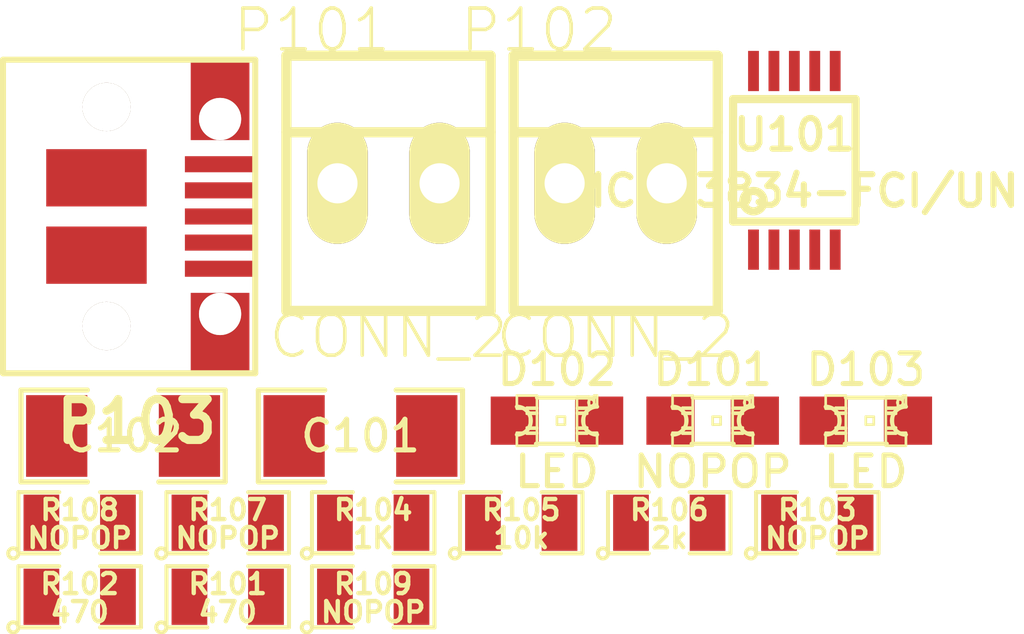
<source format=kicad_pcb>
(kicad_pcb (version 3) (host pcbnew "(2013-07-07 BZR 4022)-stable")

  (general
    (links 36)
    (no_connects 36)
    (area 0 0 0 0)
    (thickness 1.6)
    (drawings 0)
    (tracks 0)
    (zones 0)
    (modules 18)
    (nets 16)
  )

  (page A3)
  (layers
    (15 F.Cu signal)
    (0 B.Cu signal)
    (16 B.Adhes user)
    (17 F.Adhes user)
    (18 B.Paste user)
    (19 F.Paste user)
    (20 B.SilkS user)
    (21 F.SilkS user)
    (22 B.Mask user)
    (23 F.Mask user)
    (24 Dwgs.User user)
    (25 Cmts.User user)
    (26 Eco1.User user)
    (27 Eco2.User user)
    (28 Edge.Cuts user)
  )

  (setup
    (last_trace_width 0.254)
    (trace_clearance 0.254)
    (zone_clearance 0.508)
    (zone_45_only no)
    (trace_min 0.254)
    (segment_width 0.2)
    (edge_width 0.1)
    (via_size 0.889)
    (via_drill 0.635)
    (via_min_size 0.889)
    (via_min_drill 0.508)
    (uvia_size 0.508)
    (uvia_drill 0.127)
    (uvias_allowed no)
    (uvia_min_size 0.508)
    (uvia_min_drill 0.127)
    (pcb_text_width 0.3)
    (pcb_text_size 1.5 1.5)
    (mod_edge_width 0.15)
    (mod_text_size 1 1)
    (mod_text_width 0.15)
    (pad_size 1.75 0.4)
    (pad_drill 0)
    (pad_to_mask_clearance 0)
    (aux_axis_origin 0 0)
    (visible_elements 7FFFFFFF)
    (pcbplotparams
      (layerselection 3178497)
      (usegerberextensions true)
      (excludeedgelayer true)
      (linewidth 0.150000)
      (plotframeref false)
      (viasonmask false)
      (mode 1)
      (useauxorigin false)
      (hpglpennumber 1)
      (hpglpenspeed 20)
      (hpglpendiameter 15)
      (hpglpenoverlay 2)
      (psnegative false)
      (psa4output false)
      (plotreference true)
      (plotvalue true)
      (plotothertext true)
      (plotinvisibletext false)
      (padsonsilk false)
      (subtractmaskfromsilk false)
      (outputformat 1)
      (mirror false)
      (drillshape 1)
      (scaleselection 1)
      (outputdirectory ""))
  )

  (net 0 "")
  (net 1 GND)
  (net 2 N-000001)
  (net 3 N-0000010)
  (net 4 N-0000011)
  (net 5 N-0000012)
  (net 6 N-0000013)
  (net 7 N-0000014)
  (net 8 N-0000015)
  (net 9 N-000002)
  (net 10 N-000003)
  (net 11 N-000004)
  (net 12 N-000005)
  (net 13 N-000006)
  (net 14 N-000007)
  (net 15 N-000008)

  (net_class Default "This is the default net class."
    (clearance 0.254)
    (trace_width 0.254)
    (via_dia 0.889)
    (via_drill 0.635)
    (uvia_dia 0.508)
    (uvia_drill 0.127)
    (add_net "")
    (add_net GND)
    (add_net N-000001)
    (add_net N-0000010)
    (add_net N-0000011)
    (add_net N-0000012)
    (add_net N-0000013)
    (add_net N-0000014)
    (add_net N-0000015)
    (add_net N-000002)
    (add_net N-000003)
    (add_net N-000004)
    (add_net N-000005)
    (add_net N-000006)
    (add_net N-000007)
    (add_net N-000008)
  )

  (module SM1206 (layer F.Cu) (tedit 42806E24) (tstamp 565AD113)
    (at 116.078 90.297)
    (path /5658A458)
    (attr smd)
    (fp_text reference C102 (at 0 0) (layer F.SilkS)
      (effects (font (size 0.762 0.762) (thickness 0.127)))
    )
    (fp_text value 4.7U (at 0 0) (layer F.SilkS) hide
      (effects (font (size 0.762 0.762) (thickness 0.127)))
    )
    (fp_line (start -2.54 -1.143) (end -2.54 1.143) (layer F.SilkS) (width 0.127))
    (fp_line (start -2.54 1.143) (end -0.889 1.143) (layer F.SilkS) (width 0.127))
    (fp_line (start 0.889 -1.143) (end 2.54 -1.143) (layer F.SilkS) (width 0.127))
    (fp_line (start 2.54 -1.143) (end 2.54 1.143) (layer F.SilkS) (width 0.127))
    (fp_line (start 2.54 1.143) (end 0.889 1.143) (layer F.SilkS) (width 0.127))
    (fp_line (start -0.889 -1.143) (end -2.54 -1.143) (layer F.SilkS) (width 0.127))
    (pad 1 smd rect (at -1.651 0) (size 1.524 2.032)
      (layers F.Cu F.Paste F.Mask)
      (net 8 N-0000015)
    )
    (pad 2 smd rect (at 1.651 0) (size 1.524 2.032)
      (layers F.Cu F.Paste F.Mask)
      (net 1 GND)
    )
    (model smd/chip_cms.wrl
      (at (xyz 0 0 0))
      (scale (xyz 0.17 0.16 0.16))
      (rotate (xyz 0 0 0))
    )
  )

  (module SM1206 (layer F.Cu) (tedit 42806E24) (tstamp 565AD11F)
    (at 121.9835 90.297)
    (path /5658A539)
    (attr smd)
    (fp_text reference C101 (at 0 0) (layer F.SilkS)
      (effects (font (size 0.762 0.762) (thickness 0.127)))
    )
    (fp_text value 4.7U (at 0 0) (layer F.SilkS) hide
      (effects (font (size 0.762 0.762) (thickness 0.127)))
    )
    (fp_line (start -2.54 -1.143) (end -2.54 1.143) (layer F.SilkS) (width 0.127))
    (fp_line (start -2.54 1.143) (end -0.889 1.143) (layer F.SilkS) (width 0.127))
    (fp_line (start 0.889 -1.143) (end 2.54 -1.143) (layer F.SilkS) (width 0.127))
    (fp_line (start 2.54 -1.143) (end 2.54 1.143) (layer F.SilkS) (width 0.127))
    (fp_line (start 2.54 1.143) (end 0.889 1.143) (layer F.SilkS) (width 0.127))
    (fp_line (start -0.889 -1.143) (end -2.54 -1.143) (layer F.SilkS) (width 0.127))
    (pad 1 smd rect (at -1.651 0) (size 1.524 2.032)
      (layers F.Cu F.Paste F.Mask)
      (net 7 N-0000014)
    )
    (pad 2 smd rect (at 1.651 0) (size 1.524 2.032)
      (layers F.Cu F.Paste F.Mask)
      (net 1 GND)
    )
    (model smd/chip_cms.wrl
      (at (xyz 0 0 0))
      (scale (xyz 0.17 0.16 0.16))
      (rotate (xyz 0 0 0))
    )
  )

  (module SM0805 (layer F.Cu) (tedit 5091495C) (tstamp 565AD12C)
    (at 122.301 94.2975)
    (path /5659D6AE)
    (attr smd)
    (fp_text reference R109 (at 0 -0.3175) (layer F.SilkS)
      (effects (font (size 0.50038 0.50038) (thickness 0.10922)))
    )
    (fp_text value NOPOP (at 0 0.381) (layer F.SilkS)
      (effects (font (size 0.50038 0.50038) (thickness 0.10922)))
    )
    (fp_circle (center -1.651 0.762) (end -1.651 0.635) (layer F.SilkS) (width 0.09906))
    (fp_line (start -0.508 0.762) (end -1.524 0.762) (layer F.SilkS) (width 0.09906))
    (fp_line (start -1.524 0.762) (end -1.524 -0.762) (layer F.SilkS) (width 0.09906))
    (fp_line (start -1.524 -0.762) (end -0.508 -0.762) (layer F.SilkS) (width 0.09906))
    (fp_line (start 0.508 -0.762) (end 1.524 -0.762) (layer F.SilkS) (width 0.09906))
    (fp_line (start 1.524 -0.762) (end 1.524 0.762) (layer F.SilkS) (width 0.09906))
    (fp_line (start 1.524 0.762) (end 0.508 0.762) (layer F.SilkS) (width 0.09906))
    (pad 1 smd rect (at -0.9525 0) (size 0.889 1.397)
      (layers F.Cu F.Paste F.Mask)
      (net 14 N-000007)
    )
    (pad 2 smd rect (at 0.9525 0) (size 0.889 1.397)
      (layers F.Cu F.Paste F.Mask)
      (net 1 GND)
    )
    (model smd/chip_cms.wrl
      (at (xyz 0 0 0))
      (scale (xyz 0.1 0.1 0.1))
      (rotate (xyz 0 0 0))
    )
  )

  (module SM0805 (layer F.Cu) (tedit 5091495C) (tstamp 565AD139)
    (at 118.6815 94.2975)
    (path /5658A242)
    (attr smd)
    (fp_text reference R101 (at 0 -0.3175) (layer F.SilkS)
      (effects (font (size 0.50038 0.50038) (thickness 0.10922)))
    )
    (fp_text value 470 (at 0 0.381) (layer F.SilkS)
      (effects (font (size 0.50038 0.50038) (thickness 0.10922)))
    )
    (fp_circle (center -1.651 0.762) (end -1.651 0.635) (layer F.SilkS) (width 0.09906))
    (fp_line (start -0.508 0.762) (end -1.524 0.762) (layer F.SilkS) (width 0.09906))
    (fp_line (start -1.524 0.762) (end -1.524 -0.762) (layer F.SilkS) (width 0.09906))
    (fp_line (start -1.524 -0.762) (end -0.508 -0.762) (layer F.SilkS) (width 0.09906))
    (fp_line (start 0.508 -0.762) (end 1.524 -0.762) (layer F.SilkS) (width 0.09906))
    (fp_line (start 1.524 -0.762) (end 1.524 0.762) (layer F.SilkS) (width 0.09906))
    (fp_line (start 1.524 0.762) (end 0.508 0.762) (layer F.SilkS) (width 0.09906))
    (pad 1 smd rect (at -0.9525 0) (size 0.889 1.397)
      (layers F.Cu F.Paste F.Mask)
      (net 6 N-0000013)
    )
    (pad 2 smd rect (at 0.9525 0) (size 0.889 1.397)
      (layers F.Cu F.Paste F.Mask)
      (net 15 N-000008)
    )
    (model smd/chip_cms.wrl
      (at (xyz 0 0 0))
      (scale (xyz 0.1 0.1 0.1))
      (rotate (xyz 0 0 0))
    )
  )

  (module SM0805 (layer F.Cu) (tedit 5091495C) (tstamp 565AD146)
    (at 114.9985 94.2975)
    (path /5658A24F)
    (attr smd)
    (fp_text reference R102 (at 0 -0.3175) (layer F.SilkS)
      (effects (font (size 0.50038 0.50038) (thickness 0.10922)))
    )
    (fp_text value 470 (at 0 0.381) (layer F.SilkS)
      (effects (font (size 0.50038 0.50038) (thickness 0.10922)))
    )
    (fp_circle (center -1.651 0.762) (end -1.651 0.635) (layer F.SilkS) (width 0.09906))
    (fp_line (start -0.508 0.762) (end -1.524 0.762) (layer F.SilkS) (width 0.09906))
    (fp_line (start -1.524 0.762) (end -1.524 -0.762) (layer F.SilkS) (width 0.09906))
    (fp_line (start -1.524 -0.762) (end -0.508 -0.762) (layer F.SilkS) (width 0.09906))
    (fp_line (start 0.508 -0.762) (end 1.524 -0.762) (layer F.SilkS) (width 0.09906))
    (fp_line (start 1.524 -0.762) (end 1.524 0.762) (layer F.SilkS) (width 0.09906))
    (fp_line (start 1.524 0.762) (end 0.508 0.762) (layer F.SilkS) (width 0.09906))
    (pad 1 smd rect (at -0.9525 0) (size 0.889 1.397)
      (layers F.Cu F.Paste F.Mask)
      (net 5 N-0000012)
    )
    (pad 2 smd rect (at 0.9525 0) (size 0.889 1.397)
      (layers F.Cu F.Paste F.Mask)
      (net 11 N-000004)
    )
    (model smd/chip_cms.wrl
      (at (xyz 0 0 0))
      (scale (xyz 0.1 0.1 0.1))
      (rotate (xyz 0 0 0))
    )
  )

  (module SM0805 (layer F.Cu) (tedit 5091495C) (tstamp 565AD153)
    (at 133.35 92.456)
    (path /5658A255)
    (attr smd)
    (fp_text reference R103 (at 0 -0.3175) (layer F.SilkS)
      (effects (font (size 0.50038 0.50038) (thickness 0.10922)))
    )
    (fp_text value NOPOP (at 0 0.381) (layer F.SilkS)
      (effects (font (size 0.50038 0.50038) (thickness 0.10922)))
    )
    (fp_circle (center -1.651 0.762) (end -1.651 0.635) (layer F.SilkS) (width 0.09906))
    (fp_line (start -0.508 0.762) (end -1.524 0.762) (layer F.SilkS) (width 0.09906))
    (fp_line (start -1.524 0.762) (end -1.524 -0.762) (layer F.SilkS) (width 0.09906))
    (fp_line (start -1.524 -0.762) (end -0.508 -0.762) (layer F.SilkS) (width 0.09906))
    (fp_line (start 0.508 -0.762) (end 1.524 -0.762) (layer F.SilkS) (width 0.09906))
    (fp_line (start 1.524 -0.762) (end 1.524 0.762) (layer F.SilkS) (width 0.09906))
    (fp_line (start 1.524 0.762) (end 0.508 0.762) (layer F.SilkS) (width 0.09906))
    (pad 1 smd rect (at -0.9525 0) (size 0.889 1.397)
      (layers F.Cu F.Paste F.Mask)
      (net 3 N-0000010)
    )
    (pad 2 smd rect (at 0.9525 0) (size 0.889 1.397)
      (layers F.Cu F.Paste F.Mask)
      (net 10 N-000003)
    )
    (model smd/chip_cms.wrl
      (at (xyz 0 0 0))
      (scale (xyz 0.1 0.1 0.1))
      (rotate (xyz 0 0 0))
    )
  )

  (module SM0805 (layer F.Cu) (tedit 5091495C) (tstamp 565AD160)
    (at 129.667 92.456)
    (path /5658A391)
    (attr smd)
    (fp_text reference R106 (at 0 -0.3175) (layer F.SilkS)
      (effects (font (size 0.50038 0.50038) (thickness 0.10922)))
    )
    (fp_text value 2k (at 0 0.381) (layer F.SilkS)
      (effects (font (size 0.50038 0.50038) (thickness 0.10922)))
    )
    (fp_circle (center -1.651 0.762) (end -1.651 0.635) (layer F.SilkS) (width 0.09906))
    (fp_line (start -0.508 0.762) (end -1.524 0.762) (layer F.SilkS) (width 0.09906))
    (fp_line (start -1.524 0.762) (end -1.524 -0.762) (layer F.SilkS) (width 0.09906))
    (fp_line (start -1.524 -0.762) (end -0.508 -0.762) (layer F.SilkS) (width 0.09906))
    (fp_line (start 0.508 -0.762) (end 1.524 -0.762) (layer F.SilkS) (width 0.09906))
    (fp_line (start 1.524 -0.762) (end 1.524 0.762) (layer F.SilkS) (width 0.09906))
    (fp_line (start 1.524 0.762) (end 0.508 0.762) (layer F.SilkS) (width 0.09906))
    (pad 1 smd rect (at -0.9525 0) (size 0.889 1.397)
      (layers F.Cu F.Paste F.Mask)
      (net 4 N-0000011)
    )
    (pad 2 smd rect (at 0.9525 0) (size 0.889 1.397)
      (layers F.Cu F.Paste F.Mask)
      (net 1 GND)
    )
    (model smd/chip_cms.wrl
      (at (xyz 0 0 0))
      (scale (xyz 0.1 0.1 0.1))
      (rotate (xyz 0 0 0))
    )
  )

  (module SM0805 (layer F.Cu) (tedit 5091495C) (tstamp 565AD16D)
    (at 125.984 92.456)
    (path /5658A3CE)
    (attr smd)
    (fp_text reference R105 (at 0 -0.3175) (layer F.SilkS)
      (effects (font (size 0.50038 0.50038) (thickness 0.10922)))
    )
    (fp_text value 10k (at 0 0.381) (layer F.SilkS)
      (effects (font (size 0.50038 0.50038) (thickness 0.10922)))
    )
    (fp_circle (center -1.651 0.762) (end -1.651 0.635) (layer F.SilkS) (width 0.09906))
    (fp_line (start -0.508 0.762) (end -1.524 0.762) (layer F.SilkS) (width 0.09906))
    (fp_line (start -1.524 0.762) (end -1.524 -0.762) (layer F.SilkS) (width 0.09906))
    (fp_line (start -1.524 -0.762) (end -0.508 -0.762) (layer F.SilkS) (width 0.09906))
    (fp_line (start 0.508 -0.762) (end 1.524 -0.762) (layer F.SilkS) (width 0.09906))
    (fp_line (start 1.524 -0.762) (end 1.524 0.762) (layer F.SilkS) (width 0.09906))
    (fp_line (start 1.524 0.762) (end 0.508 0.762) (layer F.SilkS) (width 0.09906))
    (pad 1 smd rect (at -0.9525 0) (size 0.889 1.397)
      (layers F.Cu F.Paste F.Mask)
      (net 9 N-000002)
    )
    (pad 2 smd rect (at 0.9525 0) (size 0.889 1.397)
      (layers F.Cu F.Paste F.Mask)
      (net 1 GND)
    )
    (model smd/chip_cms.wrl
      (at (xyz 0 0 0))
      (scale (xyz 0.1 0.1 0.1))
      (rotate (xyz 0 0 0))
    )
  )

  (module SM0805 (layer F.Cu) (tedit 5091495C) (tstamp 565AD17A)
    (at 114.9985 92.456)
    (path /5659D6A8)
    (attr smd)
    (fp_text reference R108 (at 0 -0.3175) (layer F.SilkS)
      (effects (font (size 0.50038 0.50038) (thickness 0.10922)))
    )
    (fp_text value NOPOP (at 0 0.381) (layer F.SilkS)
      (effects (font (size 0.50038 0.50038) (thickness 0.10922)))
    )
    (fp_circle (center -1.651 0.762) (end -1.651 0.635) (layer F.SilkS) (width 0.09906))
    (fp_line (start -0.508 0.762) (end -1.524 0.762) (layer F.SilkS) (width 0.09906))
    (fp_line (start -1.524 0.762) (end -1.524 -0.762) (layer F.SilkS) (width 0.09906))
    (fp_line (start -1.524 -0.762) (end -0.508 -0.762) (layer F.SilkS) (width 0.09906))
    (fp_line (start 0.508 -0.762) (end 1.524 -0.762) (layer F.SilkS) (width 0.09906))
    (fp_line (start 1.524 -0.762) (end 1.524 0.762) (layer F.SilkS) (width 0.09906))
    (fp_line (start 1.524 0.762) (end 0.508 0.762) (layer F.SilkS) (width 0.09906))
    (pad 1 smd rect (at -0.9525 0) (size 0.889 1.397)
      (layers F.Cu F.Paste F.Mask)
      (net 13 N-000006)
    )
    (pad 2 smd rect (at 0.9525 0) (size 0.889 1.397)
      (layers F.Cu F.Paste F.Mask)
      (net 1 GND)
    )
    (model smd/chip_cms.wrl
      (at (xyz 0 0 0))
      (scale (xyz 0.1 0.1 0.1))
      (rotate (xyz 0 0 0))
    )
  )

  (module SM0805 (layer F.Cu) (tedit 5091495C) (tstamp 565AD187)
    (at 118.6815 92.456)
    (path /5659D6A2)
    (attr smd)
    (fp_text reference R107 (at 0 -0.3175) (layer F.SilkS)
      (effects (font (size 0.50038 0.50038) (thickness 0.10922)))
    )
    (fp_text value NOPOP (at 0 0.381) (layer F.SilkS)
      (effects (font (size 0.50038 0.50038) (thickness 0.10922)))
    )
    (fp_circle (center -1.651 0.762) (end -1.651 0.635) (layer F.SilkS) (width 0.09906))
    (fp_line (start -0.508 0.762) (end -1.524 0.762) (layer F.SilkS) (width 0.09906))
    (fp_line (start -1.524 0.762) (end -1.524 -0.762) (layer F.SilkS) (width 0.09906))
    (fp_line (start -1.524 -0.762) (end -0.508 -0.762) (layer F.SilkS) (width 0.09906))
    (fp_line (start 0.508 -0.762) (end 1.524 -0.762) (layer F.SilkS) (width 0.09906))
    (fp_line (start 1.524 -0.762) (end 1.524 0.762) (layer F.SilkS) (width 0.09906))
    (fp_line (start 1.524 0.762) (end 0.508 0.762) (layer F.SilkS) (width 0.09906))
    (pad 1 smd rect (at -0.9525 0) (size 0.889 1.397)
      (layers F.Cu F.Paste F.Mask)
      (net 12 N-000005)
    )
    (pad 2 smd rect (at 0.9525 0) (size 0.889 1.397)
      (layers F.Cu F.Paste F.Mask)
      (net 1 GND)
    )
    (model smd/chip_cms.wrl
      (at (xyz 0 0 0))
      (scale (xyz 0.1 0.1 0.1))
      (rotate (xyz 0 0 0))
    )
  )

  (module SM0805 (layer F.Cu) (tedit 5091495C) (tstamp 565AD194)
    (at 122.301 92.456)
    (path /5658A872)
    (attr smd)
    (fp_text reference R104 (at 0 -0.3175) (layer F.SilkS)
      (effects (font (size 0.50038 0.50038) (thickness 0.10922)))
    )
    (fp_text value 1K (at 0 0.381) (layer F.SilkS)
      (effects (font (size 0.50038 0.50038) (thickness 0.10922)))
    )
    (fp_circle (center -1.651 0.762) (end -1.651 0.635) (layer F.SilkS) (width 0.09906))
    (fp_line (start -0.508 0.762) (end -1.524 0.762) (layer F.SilkS) (width 0.09906))
    (fp_line (start -1.524 0.762) (end -1.524 -0.762) (layer F.SilkS) (width 0.09906))
    (fp_line (start -1.524 -0.762) (end -0.508 -0.762) (layer F.SilkS) (width 0.09906))
    (fp_line (start 0.508 -0.762) (end 1.524 -0.762) (layer F.SilkS) (width 0.09906))
    (fp_line (start 1.524 -0.762) (end 1.524 0.762) (layer F.SilkS) (width 0.09906))
    (fp_line (start 1.524 0.762) (end 0.508 0.762) (layer F.SilkS) (width 0.09906))
    (pad 1 smd rect (at -0.9525 0) (size 0.889 1.397)
      (layers F.Cu F.Paste F.Mask)
      (net 2 N-000001)
    )
    (pad 2 smd rect (at 0.9525 0) (size 0.889 1.397)
      (layers F.Cu F.Paste F.Mask)
      (net 10 N-000003)
    )
    (model smd/chip_cms.wrl
      (at (xyz 0 0 0))
      (scale (xyz 0.1 0.1 0.1))
      (rotate (xyz 0 0 0))
    )
  )

  (module PINHEAD1-2 (layer F.Cu) (tedit 4C5EDFB2) (tstamp 565AD19F)
    (at 128.3335 84.0105)
    (path /5658A4D7)
    (attr virtual)
    (fp_text reference P102 (at -1.905 -3.81) (layer F.SilkS)
      (effects (font (size 1.016 1.016) (thickness 0.0889)))
    )
    (fp_text value CONN_2 (at 0 3.81) (layer F.SilkS)
      (effects (font (size 1.016 1.016) (thickness 0.0889)))
    )
    (fp_line (start 2.54 -1.27) (end -2.54 -1.27) (layer F.SilkS) (width 0.254))
    (fp_line (start 2.54 3.175) (end -2.54 3.175) (layer F.SilkS) (width 0.254))
    (fp_line (start -2.54 -3.175) (end 2.54 -3.175) (layer F.SilkS) (width 0.254))
    (fp_line (start -2.54 -3.175) (end -2.54 3.175) (layer F.SilkS) (width 0.254))
    (fp_line (start 2.54 -3.175) (end 2.54 3.175) (layer F.SilkS) (width 0.254))
    (pad 1 thru_hole oval (at -1.27 0) (size 1.50622 3.01498) (drill 0.99822)
      (layers *.Cu F.Paste F.SilkS F.Mask)
      (net 8 N-0000015)
    )
    (pad 2 thru_hole oval (at 1.27 0) (size 1.50622 3.01498) (drill 0.99822)
      (layers *.Cu F.Paste F.SilkS F.Mask)
      (net 1 GND)
    )
  )

  (module PINHEAD1-2 (layer F.Cu) (tedit 4C5EDFB2) (tstamp 565AD1AA)
    (at 122.682 84.0105)
    (path /5658A882)
    (attr virtual)
    (fp_text reference P101 (at -1.905 -3.81) (layer F.SilkS)
      (effects (font (size 1.016 1.016) (thickness 0.0889)))
    )
    (fp_text value CONN_2 (at 0 3.81) (layer F.SilkS)
      (effects (font (size 1.016 1.016) (thickness 0.0889)))
    )
    (fp_line (start 2.54 -1.27) (end -2.54 -1.27) (layer F.SilkS) (width 0.254))
    (fp_line (start 2.54 3.175) (end -2.54 3.175) (layer F.SilkS) (width 0.254))
    (fp_line (start -2.54 -3.175) (end 2.54 -3.175) (layer F.SilkS) (width 0.254))
    (fp_line (start -2.54 -3.175) (end -2.54 3.175) (layer F.SilkS) (width 0.254))
    (fp_line (start 2.54 -3.175) (end 2.54 3.175) (layer F.SilkS) (width 0.254))
    (pad 1 thru_hole oval (at -1.27 0) (size 1.50622 3.01498) (drill 0.99822)
      (layers *.Cu F.Paste F.SilkS F.Mask)
      (net 2 N-000001)
    )
    (pad 2 thru_hole oval (at 1.27 0) (size 1.50622 3.01498) (drill 0.99822)
      (layers *.Cu F.Paste F.SilkS F.Mask)
      (net 1 GND)
    )
  )

  (module MSOP10-0.5 (layer F.Cu) (tedit 4D78EEB1) (tstamp 565AD1BD)
    (at 132.7785 83.439)
    (descr "MSOP10 10pins pitch 0.5mm")
    (path /5658A865)
    (attr smd)
    (fp_text reference U101 (at 0 -0.635) (layer F.SilkS)
      (effects (font (size 0.762 0.762) (thickness 0.1524)))
    )
    (fp_text value MCP73834-FCI/UN (at 0 0.762) (layer F.SilkS)
      (effects (font (size 0.762 0.762) (thickness 0.1524)))
    )
    (fp_circle (center -1.016 1.016) (end -1.016 0.762) (layer F.SilkS) (width 0.2032))
    (fp_line (start 1.524 1.524) (end -1.524 1.524) (layer F.SilkS) (width 0.2032))
    (fp_line (start -1.524 1.524) (end -1.524 -1.524) (layer F.SilkS) (width 0.2032))
    (fp_line (start -1.524 -1.524) (end 1.524 -1.524) (layer F.SilkS) (width 0.2032))
    (fp_line (start 1.524 -1.524) (end 1.524 1.524) (layer F.SilkS) (width 0.2032))
    (pad 1 smd rect (at -1.016 2.2225) (size 0.26924 1.00076)
      (layers F.Cu F.Paste F.Mask)
      (net 7 N-0000014)
    )
    (pad 2 smd rect (at -0.508 2.2225) (size 0.26924 1.00076)
      (layers F.Cu F.Paste F.Mask)
      (net 7 N-0000014)
    )
    (pad 3 smd rect (at 0 2.2225) (size 0.26924 1.00076)
      (layers F.Cu F.Paste F.Mask)
      (net 15 N-000008)
    )
    (pad 4 smd rect (at 0.508 2.2225) (size 0.26924 1.00076)
      (layers F.Cu F.Paste F.Mask)
      (net 11 N-000004)
    )
    (pad 5 smd rect (at 1.016 2.2225) (size 0.26924 1.00076)
      (layers F.Cu F.Paste F.Mask)
      (net 1 GND)
    )
    (pad 6 smd rect (at 1.016 -2.2225) (size 0.26924 1.00076)
      (layers F.Cu F.Paste F.Mask)
      (net 4 N-0000011)
    )
    (pad 7 smd rect (at 0.508 -2.2225) (size 0.26924 1.00076)
      (layers F.Cu F.Paste F.Mask)
      (net 10 N-000003)
    )
    (pad 8 smd rect (at 0 -2.2225) (size 0.26924 1.00076)
      (layers F.Cu F.Paste F.Mask)
      (net 9 N-000002)
    )
    (pad 9 smd rect (at -0.508 -2.2225) (size 0.26924 1.00076)
      (layers F.Cu F.Paste F.Mask)
      (net 8 N-0000015)
    )
    (pad 10 smd rect (at -1.016 -2.2225) (size 0.26924 1.00076)
      (layers F.Cu F.Paste F.Mask)
      (net 8 N-0000015)
    )
    (model smd\MSOP_10.wrl
      (at (xyz 0 0 0))
      (scale (xyz 0.3 0.35 0.3))
      (rotate (xyz 0 0 0))
    )
  )

  (module LED-0805 (layer F.Cu) (tedit 49DC4C0B) (tstamp 565AD1F8)
    (at 134.5565 89.916)
    (descr "LED 0805 smd package")
    (tags "LED 0805 SMD")
    (path /5658A21A)
    (attr smd)
    (fp_text reference D103 (at 0 -1.27) (layer F.SilkS)
      (effects (font (size 0.762 0.762) (thickness 0.127)))
    )
    (fp_text value LED (at 0 1.27) (layer F.SilkS)
      (effects (font (size 0.762 0.762) (thickness 0.127)))
    )
    (fp_line (start 0.49784 0.29972) (end 0.49784 0.62484) (layer F.SilkS) (width 0.06604))
    (fp_line (start 0.49784 0.62484) (end 0.99822 0.62484) (layer F.SilkS) (width 0.06604))
    (fp_line (start 0.99822 0.29972) (end 0.99822 0.62484) (layer F.SilkS) (width 0.06604))
    (fp_line (start 0.49784 0.29972) (end 0.99822 0.29972) (layer F.SilkS) (width 0.06604))
    (fp_line (start 0.49784 -0.32258) (end 0.49784 -0.17272) (layer F.SilkS) (width 0.06604))
    (fp_line (start 0.49784 -0.17272) (end 0.7493 -0.17272) (layer F.SilkS) (width 0.06604))
    (fp_line (start 0.7493 -0.32258) (end 0.7493 -0.17272) (layer F.SilkS) (width 0.06604))
    (fp_line (start 0.49784 -0.32258) (end 0.7493 -0.32258) (layer F.SilkS) (width 0.06604))
    (fp_line (start 0.49784 0.17272) (end 0.49784 0.32258) (layer F.SilkS) (width 0.06604))
    (fp_line (start 0.49784 0.32258) (end 0.7493 0.32258) (layer F.SilkS) (width 0.06604))
    (fp_line (start 0.7493 0.17272) (end 0.7493 0.32258) (layer F.SilkS) (width 0.06604))
    (fp_line (start 0.49784 0.17272) (end 0.7493 0.17272) (layer F.SilkS) (width 0.06604))
    (fp_line (start 0.49784 -0.19812) (end 0.49784 0.19812) (layer F.SilkS) (width 0.06604))
    (fp_line (start 0.49784 0.19812) (end 0.6731 0.19812) (layer F.SilkS) (width 0.06604))
    (fp_line (start 0.6731 -0.19812) (end 0.6731 0.19812) (layer F.SilkS) (width 0.06604))
    (fp_line (start 0.49784 -0.19812) (end 0.6731 -0.19812) (layer F.SilkS) (width 0.06604))
    (fp_line (start -0.99822 0.29972) (end -0.99822 0.62484) (layer F.SilkS) (width 0.06604))
    (fp_line (start -0.99822 0.62484) (end -0.49784 0.62484) (layer F.SilkS) (width 0.06604))
    (fp_line (start -0.49784 0.29972) (end -0.49784 0.62484) (layer F.SilkS) (width 0.06604))
    (fp_line (start -0.99822 0.29972) (end -0.49784 0.29972) (layer F.SilkS) (width 0.06604))
    (fp_line (start -0.99822 -0.62484) (end -0.99822 -0.29972) (layer F.SilkS) (width 0.06604))
    (fp_line (start -0.99822 -0.29972) (end -0.49784 -0.29972) (layer F.SilkS) (width 0.06604))
    (fp_line (start -0.49784 -0.62484) (end -0.49784 -0.29972) (layer F.SilkS) (width 0.06604))
    (fp_line (start -0.99822 -0.62484) (end -0.49784 -0.62484) (layer F.SilkS) (width 0.06604))
    (fp_line (start -0.7493 0.17272) (end -0.7493 0.32258) (layer F.SilkS) (width 0.06604))
    (fp_line (start -0.7493 0.32258) (end -0.49784 0.32258) (layer F.SilkS) (width 0.06604))
    (fp_line (start -0.49784 0.17272) (end -0.49784 0.32258) (layer F.SilkS) (width 0.06604))
    (fp_line (start -0.7493 0.17272) (end -0.49784 0.17272) (layer F.SilkS) (width 0.06604))
    (fp_line (start -0.7493 -0.32258) (end -0.7493 -0.17272) (layer F.SilkS) (width 0.06604))
    (fp_line (start -0.7493 -0.17272) (end -0.49784 -0.17272) (layer F.SilkS) (width 0.06604))
    (fp_line (start -0.49784 -0.32258) (end -0.49784 -0.17272) (layer F.SilkS) (width 0.06604))
    (fp_line (start -0.7493 -0.32258) (end -0.49784 -0.32258) (layer F.SilkS) (width 0.06604))
    (fp_line (start -0.6731 -0.19812) (end -0.6731 0.19812) (layer F.SilkS) (width 0.06604))
    (fp_line (start -0.6731 0.19812) (end -0.49784 0.19812) (layer F.SilkS) (width 0.06604))
    (fp_line (start -0.49784 -0.19812) (end -0.49784 0.19812) (layer F.SilkS) (width 0.06604))
    (fp_line (start -0.6731 -0.19812) (end -0.49784 -0.19812) (layer F.SilkS) (width 0.06604))
    (fp_line (start 0 -0.09906) (end 0 0.09906) (layer F.SilkS) (width 0.06604))
    (fp_line (start 0 0.09906) (end 0.19812 0.09906) (layer F.SilkS) (width 0.06604))
    (fp_line (start 0.19812 -0.09906) (end 0.19812 0.09906) (layer F.SilkS) (width 0.06604))
    (fp_line (start 0 -0.09906) (end 0.19812 -0.09906) (layer F.SilkS) (width 0.06604))
    (fp_line (start 0.49784 -0.59944) (end 0.49784 -0.29972) (layer F.SilkS) (width 0.06604))
    (fp_line (start 0.49784 -0.29972) (end 0.79756 -0.29972) (layer F.SilkS) (width 0.06604))
    (fp_line (start 0.79756 -0.59944) (end 0.79756 -0.29972) (layer F.SilkS) (width 0.06604))
    (fp_line (start 0.49784 -0.59944) (end 0.79756 -0.59944) (layer F.SilkS) (width 0.06604))
    (fp_line (start 0.92456 -0.62484) (end 0.92456 -0.39878) (layer F.SilkS) (width 0.06604))
    (fp_line (start 0.92456 -0.39878) (end 0.99822 -0.39878) (layer F.SilkS) (width 0.06604))
    (fp_line (start 0.99822 -0.62484) (end 0.99822 -0.39878) (layer F.SilkS) (width 0.06604))
    (fp_line (start 0.92456 -0.62484) (end 0.99822 -0.62484) (layer F.SilkS) (width 0.06604))
    (fp_line (start 0.52324 0.57404) (end -0.52324 0.57404) (layer F.SilkS) (width 0.1016))
    (fp_line (start -0.49784 -0.57404) (end 0.92456 -0.57404) (layer F.SilkS) (width 0.1016))
    (fp_circle (center 0.84836 -0.44958) (end 0.89916 -0.50038) (layer F.SilkS) (width 0.0508))
    (fp_arc (start 0.99822 0) (end 0.99822 0.34798) (angle 180) (layer F.SilkS) (width 0.1016))
    (fp_arc (start -0.99822 0) (end -0.99822 -0.34798) (angle 180) (layer F.SilkS) (width 0.1016))
    (pad 1 smd rect (at -1.04902 0) (size 1.19888 1.19888)
      (layers F.Cu F.Paste F.Mask)
      (net 7 N-0000014)
    )
    (pad 2 smd rect (at 1.04902 0) (size 1.19888 1.19888)
      (layers F.Cu F.Paste F.Mask)
      (net 6 N-0000013)
    )
  )

  (module LED-0805 (layer F.Cu) (tedit 49DC4C0B) (tstamp 565AD233)
    (at 130.7465 89.916)
    (descr "LED 0805 smd package")
    (tags "LED 0805 SMD")
    (path /5658A23A)
    (attr smd)
    (fp_text reference D101 (at 0 -1.27) (layer F.SilkS)
      (effects (font (size 0.762 0.762) (thickness 0.127)))
    )
    (fp_text value NOPOP (at 0 1.27) (layer F.SilkS)
      (effects (font (size 0.762 0.762) (thickness 0.127)))
    )
    (fp_line (start 0.49784 0.29972) (end 0.49784 0.62484) (layer F.SilkS) (width 0.06604))
    (fp_line (start 0.49784 0.62484) (end 0.99822 0.62484) (layer F.SilkS) (width 0.06604))
    (fp_line (start 0.99822 0.29972) (end 0.99822 0.62484) (layer F.SilkS) (width 0.06604))
    (fp_line (start 0.49784 0.29972) (end 0.99822 0.29972) (layer F.SilkS) (width 0.06604))
    (fp_line (start 0.49784 -0.32258) (end 0.49784 -0.17272) (layer F.SilkS) (width 0.06604))
    (fp_line (start 0.49784 -0.17272) (end 0.7493 -0.17272) (layer F.SilkS) (width 0.06604))
    (fp_line (start 0.7493 -0.32258) (end 0.7493 -0.17272) (layer F.SilkS) (width 0.06604))
    (fp_line (start 0.49784 -0.32258) (end 0.7493 -0.32258) (layer F.SilkS) (width 0.06604))
    (fp_line (start 0.49784 0.17272) (end 0.49784 0.32258) (layer F.SilkS) (width 0.06604))
    (fp_line (start 0.49784 0.32258) (end 0.7493 0.32258) (layer F.SilkS) (width 0.06604))
    (fp_line (start 0.7493 0.17272) (end 0.7493 0.32258) (layer F.SilkS) (width 0.06604))
    (fp_line (start 0.49784 0.17272) (end 0.7493 0.17272) (layer F.SilkS) (width 0.06604))
    (fp_line (start 0.49784 -0.19812) (end 0.49784 0.19812) (layer F.SilkS) (width 0.06604))
    (fp_line (start 0.49784 0.19812) (end 0.6731 0.19812) (layer F.SilkS) (width 0.06604))
    (fp_line (start 0.6731 -0.19812) (end 0.6731 0.19812) (layer F.SilkS) (width 0.06604))
    (fp_line (start 0.49784 -0.19812) (end 0.6731 -0.19812) (layer F.SilkS) (width 0.06604))
    (fp_line (start -0.99822 0.29972) (end -0.99822 0.62484) (layer F.SilkS) (width 0.06604))
    (fp_line (start -0.99822 0.62484) (end -0.49784 0.62484) (layer F.SilkS) (width 0.06604))
    (fp_line (start -0.49784 0.29972) (end -0.49784 0.62484) (layer F.SilkS) (width 0.06604))
    (fp_line (start -0.99822 0.29972) (end -0.49784 0.29972) (layer F.SilkS) (width 0.06604))
    (fp_line (start -0.99822 -0.62484) (end -0.99822 -0.29972) (layer F.SilkS) (width 0.06604))
    (fp_line (start -0.99822 -0.29972) (end -0.49784 -0.29972) (layer F.SilkS) (width 0.06604))
    (fp_line (start -0.49784 -0.62484) (end -0.49784 -0.29972) (layer F.SilkS) (width 0.06604))
    (fp_line (start -0.99822 -0.62484) (end -0.49784 -0.62484) (layer F.SilkS) (width 0.06604))
    (fp_line (start -0.7493 0.17272) (end -0.7493 0.32258) (layer F.SilkS) (width 0.06604))
    (fp_line (start -0.7493 0.32258) (end -0.49784 0.32258) (layer F.SilkS) (width 0.06604))
    (fp_line (start -0.49784 0.17272) (end -0.49784 0.32258) (layer F.SilkS) (width 0.06604))
    (fp_line (start -0.7493 0.17272) (end -0.49784 0.17272) (layer F.SilkS) (width 0.06604))
    (fp_line (start -0.7493 -0.32258) (end -0.7493 -0.17272) (layer F.SilkS) (width 0.06604))
    (fp_line (start -0.7493 -0.17272) (end -0.49784 -0.17272) (layer F.SilkS) (width 0.06604))
    (fp_line (start -0.49784 -0.32258) (end -0.49784 -0.17272) (layer F.SilkS) (width 0.06604))
    (fp_line (start -0.7493 -0.32258) (end -0.49784 -0.32258) (layer F.SilkS) (width 0.06604))
    (fp_line (start -0.6731 -0.19812) (end -0.6731 0.19812) (layer F.SilkS) (width 0.06604))
    (fp_line (start -0.6731 0.19812) (end -0.49784 0.19812) (layer F.SilkS) (width 0.06604))
    (fp_line (start -0.49784 -0.19812) (end -0.49784 0.19812) (layer F.SilkS) (width 0.06604))
    (fp_line (start -0.6731 -0.19812) (end -0.49784 -0.19812) (layer F.SilkS) (width 0.06604))
    (fp_line (start 0 -0.09906) (end 0 0.09906) (layer F.SilkS) (width 0.06604))
    (fp_line (start 0 0.09906) (end 0.19812 0.09906) (layer F.SilkS) (width 0.06604))
    (fp_line (start 0.19812 -0.09906) (end 0.19812 0.09906) (layer F.SilkS) (width 0.06604))
    (fp_line (start 0 -0.09906) (end 0.19812 -0.09906) (layer F.SilkS) (width 0.06604))
    (fp_line (start 0.49784 -0.59944) (end 0.49784 -0.29972) (layer F.SilkS) (width 0.06604))
    (fp_line (start 0.49784 -0.29972) (end 0.79756 -0.29972) (layer F.SilkS) (width 0.06604))
    (fp_line (start 0.79756 -0.59944) (end 0.79756 -0.29972) (layer F.SilkS) (width 0.06604))
    (fp_line (start 0.49784 -0.59944) (end 0.79756 -0.59944) (layer F.SilkS) (width 0.06604))
    (fp_line (start 0.92456 -0.62484) (end 0.92456 -0.39878) (layer F.SilkS) (width 0.06604))
    (fp_line (start 0.92456 -0.39878) (end 0.99822 -0.39878) (layer F.SilkS) (width 0.06604))
    (fp_line (start 0.99822 -0.62484) (end 0.99822 -0.39878) (layer F.SilkS) (width 0.06604))
    (fp_line (start 0.92456 -0.62484) (end 0.99822 -0.62484) (layer F.SilkS) (width 0.06604))
    (fp_line (start 0.52324 0.57404) (end -0.52324 0.57404) (layer F.SilkS) (width 0.1016))
    (fp_line (start -0.49784 -0.57404) (end 0.92456 -0.57404) (layer F.SilkS) (width 0.1016))
    (fp_circle (center 0.84836 -0.44958) (end 0.89916 -0.50038) (layer F.SilkS) (width 0.0508))
    (fp_arc (start 0.99822 0) (end 0.99822 0.34798) (angle 180) (layer F.SilkS) (width 0.1016))
    (fp_arc (start -0.99822 0) (end -0.99822 -0.34798) (angle 180) (layer F.SilkS) (width 0.1016))
    (pad 1 smd rect (at -1.04902 0) (size 1.19888 1.19888)
      (layers F.Cu F.Paste F.Mask)
      (net 7 N-0000014)
    )
    (pad 2 smd rect (at 1.04902 0) (size 1.19888 1.19888)
      (layers F.Cu F.Paste F.Mask)
      (net 3 N-0000010)
    )
  )

  (module LED-0805 (layer F.Cu) (tedit 49DC4C0B) (tstamp 565AD26E)
    (at 126.873 89.916)
    (descr "LED 0805 smd package")
    (tags "LED 0805 SMD")
    (path /5658A22D)
    (attr smd)
    (fp_text reference D102 (at 0 -1.27) (layer F.SilkS)
      (effects (font (size 0.762 0.762) (thickness 0.127)))
    )
    (fp_text value LED (at 0 1.27) (layer F.SilkS)
      (effects (font (size 0.762 0.762) (thickness 0.127)))
    )
    (fp_line (start 0.49784 0.29972) (end 0.49784 0.62484) (layer F.SilkS) (width 0.06604))
    (fp_line (start 0.49784 0.62484) (end 0.99822 0.62484) (layer F.SilkS) (width 0.06604))
    (fp_line (start 0.99822 0.29972) (end 0.99822 0.62484) (layer F.SilkS) (width 0.06604))
    (fp_line (start 0.49784 0.29972) (end 0.99822 0.29972) (layer F.SilkS) (width 0.06604))
    (fp_line (start 0.49784 -0.32258) (end 0.49784 -0.17272) (layer F.SilkS) (width 0.06604))
    (fp_line (start 0.49784 -0.17272) (end 0.7493 -0.17272) (layer F.SilkS) (width 0.06604))
    (fp_line (start 0.7493 -0.32258) (end 0.7493 -0.17272) (layer F.SilkS) (width 0.06604))
    (fp_line (start 0.49784 -0.32258) (end 0.7493 -0.32258) (layer F.SilkS) (width 0.06604))
    (fp_line (start 0.49784 0.17272) (end 0.49784 0.32258) (layer F.SilkS) (width 0.06604))
    (fp_line (start 0.49784 0.32258) (end 0.7493 0.32258) (layer F.SilkS) (width 0.06604))
    (fp_line (start 0.7493 0.17272) (end 0.7493 0.32258) (layer F.SilkS) (width 0.06604))
    (fp_line (start 0.49784 0.17272) (end 0.7493 0.17272) (layer F.SilkS) (width 0.06604))
    (fp_line (start 0.49784 -0.19812) (end 0.49784 0.19812) (layer F.SilkS) (width 0.06604))
    (fp_line (start 0.49784 0.19812) (end 0.6731 0.19812) (layer F.SilkS) (width 0.06604))
    (fp_line (start 0.6731 -0.19812) (end 0.6731 0.19812) (layer F.SilkS) (width 0.06604))
    (fp_line (start 0.49784 -0.19812) (end 0.6731 -0.19812) (layer F.SilkS) (width 0.06604))
    (fp_line (start -0.99822 0.29972) (end -0.99822 0.62484) (layer F.SilkS) (width 0.06604))
    (fp_line (start -0.99822 0.62484) (end -0.49784 0.62484) (layer F.SilkS) (width 0.06604))
    (fp_line (start -0.49784 0.29972) (end -0.49784 0.62484) (layer F.SilkS) (width 0.06604))
    (fp_line (start -0.99822 0.29972) (end -0.49784 0.29972) (layer F.SilkS) (width 0.06604))
    (fp_line (start -0.99822 -0.62484) (end -0.99822 -0.29972) (layer F.SilkS) (width 0.06604))
    (fp_line (start -0.99822 -0.29972) (end -0.49784 -0.29972) (layer F.SilkS) (width 0.06604))
    (fp_line (start -0.49784 -0.62484) (end -0.49784 -0.29972) (layer F.SilkS) (width 0.06604))
    (fp_line (start -0.99822 -0.62484) (end -0.49784 -0.62484) (layer F.SilkS) (width 0.06604))
    (fp_line (start -0.7493 0.17272) (end -0.7493 0.32258) (layer F.SilkS) (width 0.06604))
    (fp_line (start -0.7493 0.32258) (end -0.49784 0.32258) (layer F.SilkS) (width 0.06604))
    (fp_line (start -0.49784 0.17272) (end -0.49784 0.32258) (layer F.SilkS) (width 0.06604))
    (fp_line (start -0.7493 0.17272) (end -0.49784 0.17272) (layer F.SilkS) (width 0.06604))
    (fp_line (start -0.7493 -0.32258) (end -0.7493 -0.17272) (layer F.SilkS) (width 0.06604))
    (fp_line (start -0.7493 -0.17272) (end -0.49784 -0.17272) (layer F.SilkS) (width 0.06604))
    (fp_line (start -0.49784 -0.32258) (end -0.49784 -0.17272) (layer F.SilkS) (width 0.06604))
    (fp_line (start -0.7493 -0.32258) (end -0.49784 -0.32258) (layer F.SilkS) (width 0.06604))
    (fp_line (start -0.6731 -0.19812) (end -0.6731 0.19812) (layer F.SilkS) (width 0.06604))
    (fp_line (start -0.6731 0.19812) (end -0.49784 0.19812) (layer F.SilkS) (width 0.06604))
    (fp_line (start -0.49784 -0.19812) (end -0.49784 0.19812) (layer F.SilkS) (width 0.06604))
    (fp_line (start -0.6731 -0.19812) (end -0.49784 -0.19812) (layer F.SilkS) (width 0.06604))
    (fp_line (start 0 -0.09906) (end 0 0.09906) (layer F.SilkS) (width 0.06604))
    (fp_line (start 0 0.09906) (end 0.19812 0.09906) (layer F.SilkS) (width 0.06604))
    (fp_line (start 0.19812 -0.09906) (end 0.19812 0.09906) (layer F.SilkS) (width 0.06604))
    (fp_line (start 0 -0.09906) (end 0.19812 -0.09906) (layer F.SilkS) (width 0.06604))
    (fp_line (start 0.49784 -0.59944) (end 0.49784 -0.29972) (layer F.SilkS) (width 0.06604))
    (fp_line (start 0.49784 -0.29972) (end 0.79756 -0.29972) (layer F.SilkS) (width 0.06604))
    (fp_line (start 0.79756 -0.59944) (end 0.79756 -0.29972) (layer F.SilkS) (width 0.06604))
    (fp_line (start 0.49784 -0.59944) (end 0.79756 -0.59944) (layer F.SilkS) (width 0.06604))
    (fp_line (start 0.92456 -0.62484) (end 0.92456 -0.39878) (layer F.SilkS) (width 0.06604))
    (fp_line (start 0.92456 -0.39878) (end 0.99822 -0.39878) (layer F.SilkS) (width 0.06604))
    (fp_line (start 0.99822 -0.62484) (end 0.99822 -0.39878) (layer F.SilkS) (width 0.06604))
    (fp_line (start 0.92456 -0.62484) (end 0.99822 -0.62484) (layer F.SilkS) (width 0.06604))
    (fp_line (start 0.52324 0.57404) (end -0.52324 0.57404) (layer F.SilkS) (width 0.1016))
    (fp_line (start -0.49784 -0.57404) (end 0.92456 -0.57404) (layer F.SilkS) (width 0.1016))
    (fp_circle (center 0.84836 -0.44958) (end 0.89916 -0.50038) (layer F.SilkS) (width 0.0508))
    (fp_arc (start 0.99822 0) (end 0.99822 0.34798) (angle 180) (layer F.SilkS) (width 0.1016))
    (fp_arc (start -0.99822 0) (end -0.99822 -0.34798) (angle 180) (layer F.SilkS) (width 0.1016))
    (pad 1 smd rect (at -1.04902 0) (size 1.19888 1.19888)
      (layers F.Cu F.Paste F.Mask)
      (net 7 N-0000014)
    )
    (pad 2 smd rect (at 1.04902 0) (size 1.19888 1.19888)
      (layers F.Cu F.Paste F.Mask)
      (net 5 N-0000012)
    )
  )

  (module "USB_MICRO_B(10103594)" (layer F.Cu) (tedit 565AD187) (tstamp 565AD4D8)
    (at 118.491 84.836)
    (descr "USB Mini-B 5-pin SMD connector")
    (tags "USB, Mini-B, connector")
    (path /5659D9B5)
    (fp_text reference P103 (at -2.075 5.1) (layer F.SilkS)
      (effects (font (size 1.016 1.016) (thickness 0.2032)))
    )
    (fp_text value MICROUSB-B (at -1.825 -4.925) (layer F.SilkS) hide
      (effects (font (size 1.016 1.016) (thickness 0.2032)))
    )
    (fp_line (start 0.875 -3.9) (end 0.875 3.9) (layer F.SilkS) (width 0.15))
    (fp_line (start -5.4 -3.9) (end -5.4 3.9) (layer F.SilkS) (width 0.15))
    (fp_line (start -5.4 3.9) (end 0.875 3.9) (layer F.SilkS) (width 0.15))
    (fp_line (start -5.4 -3.9) (end 0.875 -3.9) (layer F.SilkS) (width 0.15))
    (pad 1 smd rect (at 0 -1.3) (size 1.75 0.4)
      (layers F.Cu F.Paste F.Mask)
      (net 7 N-0000014)
    )
    (pad 9 smd rect (at -3.075 0.9625) (size 2.5 1.425)
      (layers F.Cu F.Paste F.Mask)
      (net 1 GND)
    )
    (pad 8 smd rect (at -3.075 -0.9625) (size 2.5 1.425)
      (layers F.Cu F.Paste F.Mask)
      (net 1 GND)
    )
    (pad 7 smd rect (at 0 2.9) (size 1.46 2)
      (layers F.Cu F.Paste F.Mask)
      (net 1 GND)
    )
    (pad 9 smd rect (at 0 -2.9) (size 1.46 2)
      (layers F.Cu F.Paste F.Mask)
      (net 1 GND)
    )
    (pad "" thru_hole circle (at 0 -2.425) (size 1.05 1.05) (drill 1.05)
      (layers *.Cu *.Mask F.SilkS)
    )
    (pad 2 smd rect (at 0 -0.65) (size 1.75 0.4)
      (layers F.Cu F.Paste F.Mask)
      (net 14 N-000007)
    )
    (pad 3 smd rect (at 0 0) (size 1.75 0.4)
      (layers F.Cu F.Paste F.Mask)
      (net 13 N-000006)
    )
    (pad 4 smd rect (at 0 0.65) (size 1.75 0.4)
      (layers F.Cu F.Paste F.Mask)
      (net 12 N-000005)
    )
    (pad 5 smd rect (at 0 1.3) (size 1.75 0.4)
      (layers F.Cu F.Paste F.Mask)
      (net 1 GND)
    )
    (pad "" thru_hole circle (at 0 2.425) (size 1.05 1.05) (drill 1.05)
      (layers *.Cu *.Mask F.SilkS)
    )
    (pad "" thru_hole circle (at -2.825 2.725) (size 1.2 1.2) (drill 1.2)
      (layers *.Cu *.Mask F.SilkS)
    )
    (pad "" thru_hole circle (at -2.825 -2.725) (size 1.2 1.2) (drill 1.2)
      (layers *.Cu *.Mask F.SilkS)
    )
  )

)

</source>
